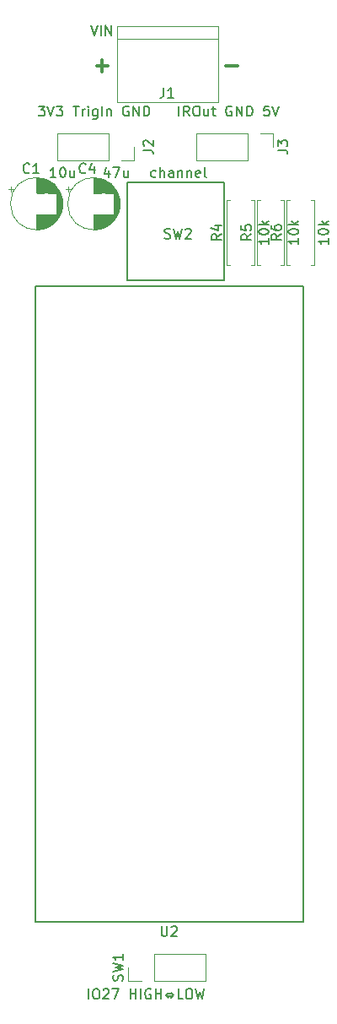
<source format=gto>
G04 #@! TF.GenerationSoftware,KiCad,Pcbnew,(5.0.0)*
G04 #@! TF.CreationDate,2019-09-04T21:02:57+09:00*
G04 #@! TF.ProjectId,syateki_gun_main,73796174656B695F67756E5F6D61696E,rev?*
G04 #@! TF.SameCoordinates,Original*
G04 #@! TF.FileFunction,Legend,Top*
G04 #@! TF.FilePolarity,Positive*
%FSLAX46Y46*%
G04 Gerber Fmt 4.6, Leading zero omitted, Abs format (unit mm)*
G04 Created by KiCad (PCBNEW (5.0.0)) date 09/04/19 21:02:57*
%MOMM*%
%LPD*%
G01*
G04 APERTURE LIST*
%ADD10C,0.150000*%
%ADD11C,0.300000*%
%ADD12C,0.200000*%
%ADD13C,0.120000*%
%ADD14C,1.924000*%
%ADD15C,3.600000*%
%ADD16C,2.000000*%
%ADD17O,2.000000X2.000000*%
%ADD18R,2.000000X2.000000*%
%ADD19C,1.800000*%
%ADD20R,2.400000X2.400000*%
%ADD21O,2.400000X2.400000*%
%ADD22R,3.400000X3.400000*%
%ADD23C,3.400000*%
%ADD24R,2.100000X2.100000*%
%ADD25O,2.100000X2.100000*%
%ADD26R,2.305000X2.400000*%
%ADD27O,2.305000X2.400000*%
%ADD28R,1.924000X1.924000*%
G04 APERTURE END LIST*
D10*
X35638095Y-142302380D02*
X35638095Y-141302380D01*
X36304761Y-141302380D02*
X36495238Y-141302380D01*
X36590476Y-141350000D01*
X36685714Y-141445238D01*
X36733333Y-141635714D01*
X36733333Y-141969047D01*
X36685714Y-142159523D01*
X36590476Y-142254761D01*
X36495238Y-142302380D01*
X36304761Y-142302380D01*
X36209523Y-142254761D01*
X36114285Y-142159523D01*
X36066666Y-141969047D01*
X36066666Y-141635714D01*
X36114285Y-141445238D01*
X36209523Y-141350000D01*
X36304761Y-141302380D01*
X37114285Y-141397619D02*
X37161904Y-141350000D01*
X37257142Y-141302380D01*
X37495238Y-141302380D01*
X37590476Y-141350000D01*
X37638095Y-141397619D01*
X37685714Y-141492857D01*
X37685714Y-141588095D01*
X37638095Y-141730952D01*
X37066666Y-142302380D01*
X37685714Y-142302380D01*
X38019047Y-141302380D02*
X38685714Y-141302380D01*
X38257142Y-142302380D01*
X39828571Y-142302380D02*
X39828571Y-141302380D01*
X39828571Y-141778571D02*
X40400000Y-141778571D01*
X40400000Y-142302380D02*
X40400000Y-141302380D01*
X40876190Y-142302380D02*
X40876190Y-141302380D01*
X41876190Y-141350000D02*
X41780952Y-141302380D01*
X41638095Y-141302380D01*
X41495238Y-141350000D01*
X41400000Y-141445238D01*
X41352380Y-141540476D01*
X41304761Y-141730952D01*
X41304761Y-141873809D01*
X41352380Y-142064285D01*
X41400000Y-142159523D01*
X41495238Y-142254761D01*
X41638095Y-142302380D01*
X41733333Y-142302380D01*
X41876190Y-142254761D01*
X41923809Y-142207142D01*
X41923809Y-141873809D01*
X41733333Y-141873809D01*
X42352380Y-142302380D02*
X42352380Y-141302380D01*
X42352380Y-141778571D02*
X42923809Y-141778571D01*
X42923809Y-142302380D02*
X42923809Y-141302380D01*
X43542857Y-142064285D02*
X44019047Y-142064285D01*
X43542857Y-141778571D02*
X44019047Y-141778571D01*
X43638095Y-142159523D02*
X43400000Y-141921428D01*
X43638095Y-141683333D01*
X43923809Y-141683333D02*
X44161904Y-141921428D01*
X43923809Y-142159523D01*
X45114285Y-142302380D02*
X44638095Y-142302380D01*
X44638095Y-141302380D01*
X45638095Y-141302380D02*
X45828571Y-141302380D01*
X45923809Y-141350000D01*
X46019047Y-141445238D01*
X46066666Y-141635714D01*
X46066666Y-141969047D01*
X46019047Y-142159523D01*
X45923809Y-142254761D01*
X45828571Y-142302380D01*
X45638095Y-142302380D01*
X45542857Y-142254761D01*
X45447619Y-142159523D01*
X45400000Y-141969047D01*
X45400000Y-141635714D01*
X45447619Y-141445238D01*
X45542857Y-141350000D01*
X45638095Y-141302380D01*
X46400000Y-141302380D02*
X46638095Y-142302380D01*
X46828571Y-141588095D01*
X47019047Y-142302380D01*
X47257142Y-141302380D01*
X42388095Y-59854761D02*
X42292857Y-59902380D01*
X42102380Y-59902380D01*
X42007142Y-59854761D01*
X41959523Y-59807142D01*
X41911904Y-59711904D01*
X41911904Y-59426190D01*
X41959523Y-59330952D01*
X42007142Y-59283333D01*
X42102380Y-59235714D01*
X42292857Y-59235714D01*
X42388095Y-59283333D01*
X42816666Y-59902380D02*
X42816666Y-58902380D01*
X43245238Y-59902380D02*
X43245238Y-59378571D01*
X43197619Y-59283333D01*
X43102380Y-59235714D01*
X42959523Y-59235714D01*
X42864285Y-59283333D01*
X42816666Y-59330952D01*
X44150000Y-59902380D02*
X44150000Y-59378571D01*
X44102380Y-59283333D01*
X44007142Y-59235714D01*
X43816666Y-59235714D01*
X43721428Y-59283333D01*
X44150000Y-59854761D02*
X44054761Y-59902380D01*
X43816666Y-59902380D01*
X43721428Y-59854761D01*
X43673809Y-59759523D01*
X43673809Y-59664285D01*
X43721428Y-59569047D01*
X43816666Y-59521428D01*
X44054761Y-59521428D01*
X44150000Y-59473809D01*
X44626190Y-59235714D02*
X44626190Y-59902380D01*
X44626190Y-59330952D02*
X44673809Y-59283333D01*
X44769047Y-59235714D01*
X44911904Y-59235714D01*
X45007142Y-59283333D01*
X45054761Y-59378571D01*
X45054761Y-59902380D01*
X45530952Y-59235714D02*
X45530952Y-59902380D01*
X45530952Y-59330952D02*
X45578571Y-59283333D01*
X45673809Y-59235714D01*
X45816666Y-59235714D01*
X45911904Y-59283333D01*
X45959523Y-59378571D01*
X45959523Y-59902380D01*
X46816666Y-59854761D02*
X46721428Y-59902380D01*
X46530952Y-59902380D01*
X46435714Y-59854761D01*
X46388095Y-59759523D01*
X46388095Y-59378571D01*
X46435714Y-59283333D01*
X46530952Y-59235714D01*
X46721428Y-59235714D01*
X46816666Y-59283333D01*
X46864285Y-59378571D01*
X46864285Y-59473809D01*
X46388095Y-59569047D01*
X47435714Y-59902380D02*
X47340476Y-59854761D01*
X47292857Y-59759523D01*
X47292857Y-58902380D01*
X44716666Y-53752380D02*
X44716666Y-52752380D01*
X45764285Y-53752380D02*
X45430952Y-53276190D01*
X45192857Y-53752380D02*
X45192857Y-52752380D01*
X45573809Y-52752380D01*
X45669047Y-52800000D01*
X45716666Y-52847619D01*
X45764285Y-52942857D01*
X45764285Y-53085714D01*
X45716666Y-53180952D01*
X45669047Y-53228571D01*
X45573809Y-53276190D01*
X45192857Y-53276190D01*
X46383333Y-52752380D02*
X46573809Y-52752380D01*
X46669047Y-52800000D01*
X46764285Y-52895238D01*
X46811904Y-53085714D01*
X46811904Y-53419047D01*
X46764285Y-53609523D01*
X46669047Y-53704761D01*
X46573809Y-53752380D01*
X46383333Y-53752380D01*
X46288095Y-53704761D01*
X46192857Y-53609523D01*
X46145238Y-53419047D01*
X46145238Y-53085714D01*
X46192857Y-52895238D01*
X46288095Y-52800000D01*
X46383333Y-52752380D01*
X47669047Y-53085714D02*
X47669047Y-53752380D01*
X47240476Y-53085714D02*
X47240476Y-53609523D01*
X47288095Y-53704761D01*
X47383333Y-53752380D01*
X47526190Y-53752380D01*
X47621428Y-53704761D01*
X47669047Y-53657142D01*
X48002380Y-53085714D02*
X48383333Y-53085714D01*
X48145238Y-52752380D02*
X48145238Y-53609523D01*
X48192857Y-53704761D01*
X48288095Y-53752380D01*
X48383333Y-53752380D01*
X50002380Y-52800000D02*
X49907142Y-52752380D01*
X49764285Y-52752380D01*
X49621428Y-52800000D01*
X49526190Y-52895238D01*
X49478571Y-52990476D01*
X49430952Y-53180952D01*
X49430952Y-53323809D01*
X49478571Y-53514285D01*
X49526190Y-53609523D01*
X49621428Y-53704761D01*
X49764285Y-53752380D01*
X49859523Y-53752380D01*
X50002380Y-53704761D01*
X50050000Y-53657142D01*
X50050000Y-53323809D01*
X49859523Y-53323809D01*
X50478571Y-53752380D02*
X50478571Y-52752380D01*
X51050000Y-53752380D01*
X51050000Y-52752380D01*
X51526190Y-53752380D02*
X51526190Y-52752380D01*
X51764285Y-52752380D01*
X51907142Y-52800000D01*
X52002380Y-52895238D01*
X52050000Y-52990476D01*
X52097619Y-53180952D01*
X52097619Y-53323809D01*
X52050000Y-53514285D01*
X52002380Y-53609523D01*
X51907142Y-53704761D01*
X51764285Y-53752380D01*
X51526190Y-53752380D01*
X53764285Y-52752380D02*
X53288095Y-52752380D01*
X53240476Y-53228571D01*
X53288095Y-53180952D01*
X53383333Y-53133333D01*
X53621428Y-53133333D01*
X53716666Y-53180952D01*
X53764285Y-53228571D01*
X53811904Y-53323809D01*
X53811904Y-53561904D01*
X53764285Y-53657142D01*
X53716666Y-53704761D01*
X53621428Y-53752380D01*
X53383333Y-53752380D01*
X53288095Y-53704761D01*
X53240476Y-53657142D01*
X54097619Y-52752380D02*
X54430952Y-53752380D01*
X54764285Y-52752380D01*
X30604761Y-52752380D02*
X31223809Y-52752380D01*
X30890476Y-53133333D01*
X31033333Y-53133333D01*
X31128571Y-53180952D01*
X31176190Y-53228571D01*
X31223809Y-53323809D01*
X31223809Y-53561904D01*
X31176190Y-53657142D01*
X31128571Y-53704761D01*
X31033333Y-53752380D01*
X30747619Y-53752380D01*
X30652380Y-53704761D01*
X30604761Y-53657142D01*
X31509523Y-52752380D02*
X31842857Y-53752380D01*
X32176190Y-52752380D01*
X32414285Y-52752380D02*
X33033333Y-52752380D01*
X32700000Y-53133333D01*
X32842857Y-53133333D01*
X32938095Y-53180952D01*
X32985714Y-53228571D01*
X33033333Y-53323809D01*
X33033333Y-53561904D01*
X32985714Y-53657142D01*
X32938095Y-53704761D01*
X32842857Y-53752380D01*
X32557142Y-53752380D01*
X32461904Y-53704761D01*
X32414285Y-53657142D01*
X34080952Y-52752380D02*
X34652380Y-52752380D01*
X34366666Y-53752380D02*
X34366666Y-52752380D01*
X34985714Y-53752380D02*
X34985714Y-53085714D01*
X34985714Y-53276190D02*
X35033333Y-53180952D01*
X35080952Y-53133333D01*
X35176190Y-53085714D01*
X35271428Y-53085714D01*
X35604761Y-53752380D02*
X35604761Y-53085714D01*
X35604761Y-52752380D02*
X35557142Y-52800000D01*
X35604761Y-52847619D01*
X35652380Y-52800000D01*
X35604761Y-52752380D01*
X35604761Y-52847619D01*
X36509523Y-53085714D02*
X36509523Y-53895238D01*
X36461904Y-53990476D01*
X36414285Y-54038095D01*
X36319047Y-54085714D01*
X36176190Y-54085714D01*
X36080952Y-54038095D01*
X36509523Y-53704761D02*
X36414285Y-53752380D01*
X36223809Y-53752380D01*
X36128571Y-53704761D01*
X36080952Y-53657142D01*
X36033333Y-53561904D01*
X36033333Y-53276190D01*
X36080952Y-53180952D01*
X36128571Y-53133333D01*
X36223809Y-53085714D01*
X36414285Y-53085714D01*
X36509523Y-53133333D01*
X36985714Y-53752380D02*
X36985714Y-52752380D01*
X37461904Y-53085714D02*
X37461904Y-53752380D01*
X37461904Y-53180952D02*
X37509523Y-53133333D01*
X37604761Y-53085714D01*
X37747619Y-53085714D01*
X37842857Y-53133333D01*
X37890476Y-53228571D01*
X37890476Y-53752380D01*
X39652380Y-52800000D02*
X39557142Y-52752380D01*
X39414285Y-52752380D01*
X39271428Y-52800000D01*
X39176190Y-52895238D01*
X39128571Y-52990476D01*
X39080952Y-53180952D01*
X39080952Y-53323809D01*
X39128571Y-53514285D01*
X39176190Y-53609523D01*
X39271428Y-53704761D01*
X39414285Y-53752380D01*
X39509523Y-53752380D01*
X39652380Y-53704761D01*
X39700000Y-53657142D01*
X39700000Y-53323809D01*
X39509523Y-53323809D01*
X40128571Y-53752380D02*
X40128571Y-52752380D01*
X40700000Y-53752380D01*
X40700000Y-52752380D01*
X41176190Y-53752380D02*
X41176190Y-52752380D01*
X41414285Y-52752380D01*
X41557142Y-52800000D01*
X41652380Y-52895238D01*
X41700000Y-52990476D01*
X41747619Y-53180952D01*
X41747619Y-53323809D01*
X41700000Y-53514285D01*
X41652380Y-53609523D01*
X41557142Y-53704761D01*
X41414285Y-53752380D01*
X41176190Y-53752380D01*
D11*
X36428571Y-48707142D02*
X37571428Y-48707142D01*
X37000000Y-49278571D02*
X37000000Y-48135714D01*
X49428571Y-48707142D02*
X50571428Y-48707142D01*
D12*
X35854761Y-44652380D02*
X36188095Y-45652380D01*
X36521428Y-44652380D01*
X36854761Y-45652380D02*
X36854761Y-44652380D01*
X37330952Y-45652380D02*
X37330952Y-44652380D01*
X37902380Y-45652380D01*
X37902380Y-44652380D01*
D10*
G04 #@! TO.C,U2*
X57210000Y-134580000D02*
X43750000Y-134590000D01*
X57210000Y-70830000D02*
X57210000Y-134580000D01*
X30290000Y-70830000D02*
X57210000Y-70830000D01*
X30290000Y-134580000D02*
X30290000Y-70830000D01*
X43750000Y-134580000D02*
X30290000Y-134580000D01*
D13*
G04 #@! TO.C,C1*
X27845225Y-60825000D02*
X27845225Y-61325000D01*
X27595225Y-61075000D02*
X28095225Y-61075000D01*
X33001000Y-62266000D02*
X33001000Y-62834000D01*
X32961000Y-62032000D02*
X32961000Y-63068000D01*
X32921000Y-61873000D02*
X32921000Y-63227000D01*
X32881000Y-61745000D02*
X32881000Y-63355000D01*
X32841000Y-61635000D02*
X32841000Y-63465000D01*
X32801000Y-61539000D02*
X32801000Y-63561000D01*
X32761000Y-61452000D02*
X32761000Y-63648000D01*
X32721000Y-61372000D02*
X32721000Y-63728000D01*
X32681000Y-61299000D02*
X32681000Y-63801000D01*
X32641000Y-61231000D02*
X32641000Y-63869000D01*
X32601000Y-61167000D02*
X32601000Y-63933000D01*
X32561000Y-61107000D02*
X32561000Y-63993000D01*
X32521000Y-61050000D02*
X32521000Y-64050000D01*
X32481000Y-60996000D02*
X32481000Y-64104000D01*
X32441000Y-60945000D02*
X32441000Y-64155000D01*
X32401000Y-63590000D02*
X32401000Y-64203000D01*
X32401000Y-60897000D02*
X32401000Y-61510000D01*
X32361000Y-63590000D02*
X32361000Y-64249000D01*
X32361000Y-60851000D02*
X32361000Y-61510000D01*
X32321000Y-63590000D02*
X32321000Y-64293000D01*
X32321000Y-60807000D02*
X32321000Y-61510000D01*
X32281000Y-63590000D02*
X32281000Y-64335000D01*
X32281000Y-60765000D02*
X32281000Y-61510000D01*
X32241000Y-63590000D02*
X32241000Y-64376000D01*
X32241000Y-60724000D02*
X32241000Y-61510000D01*
X32201000Y-63590000D02*
X32201000Y-64414000D01*
X32201000Y-60686000D02*
X32201000Y-61510000D01*
X32161000Y-63590000D02*
X32161000Y-64451000D01*
X32161000Y-60649000D02*
X32161000Y-61510000D01*
X32121000Y-63590000D02*
X32121000Y-64487000D01*
X32121000Y-60613000D02*
X32121000Y-61510000D01*
X32081000Y-63590000D02*
X32081000Y-64521000D01*
X32081000Y-60579000D02*
X32081000Y-61510000D01*
X32041000Y-63590000D02*
X32041000Y-64554000D01*
X32041000Y-60546000D02*
X32041000Y-61510000D01*
X32001000Y-63590000D02*
X32001000Y-64585000D01*
X32001000Y-60515000D02*
X32001000Y-61510000D01*
X31961000Y-63590000D02*
X31961000Y-64615000D01*
X31961000Y-60485000D02*
X31961000Y-61510000D01*
X31921000Y-63590000D02*
X31921000Y-64645000D01*
X31921000Y-60455000D02*
X31921000Y-61510000D01*
X31881000Y-63590000D02*
X31881000Y-64672000D01*
X31881000Y-60428000D02*
X31881000Y-61510000D01*
X31841000Y-63590000D02*
X31841000Y-64699000D01*
X31841000Y-60401000D02*
X31841000Y-61510000D01*
X31801000Y-63590000D02*
X31801000Y-64725000D01*
X31801000Y-60375000D02*
X31801000Y-61510000D01*
X31761000Y-63590000D02*
X31761000Y-64750000D01*
X31761000Y-60350000D02*
X31761000Y-61510000D01*
X31721000Y-63590000D02*
X31721000Y-64774000D01*
X31721000Y-60326000D02*
X31721000Y-61510000D01*
X31681000Y-63590000D02*
X31681000Y-64797000D01*
X31681000Y-60303000D02*
X31681000Y-61510000D01*
X31641000Y-63590000D02*
X31641000Y-64818000D01*
X31641000Y-60282000D02*
X31641000Y-61510000D01*
X31601000Y-63590000D02*
X31601000Y-64840000D01*
X31601000Y-60260000D02*
X31601000Y-61510000D01*
X31561000Y-63590000D02*
X31561000Y-64860000D01*
X31561000Y-60240000D02*
X31561000Y-61510000D01*
X31521000Y-63590000D02*
X31521000Y-64879000D01*
X31521000Y-60221000D02*
X31521000Y-61510000D01*
X31481000Y-63590000D02*
X31481000Y-64898000D01*
X31481000Y-60202000D02*
X31481000Y-61510000D01*
X31441000Y-63590000D02*
X31441000Y-64915000D01*
X31441000Y-60185000D02*
X31441000Y-61510000D01*
X31401000Y-63590000D02*
X31401000Y-64932000D01*
X31401000Y-60168000D02*
X31401000Y-61510000D01*
X31361000Y-63590000D02*
X31361000Y-64948000D01*
X31361000Y-60152000D02*
X31361000Y-61510000D01*
X31321000Y-63590000D02*
X31321000Y-64964000D01*
X31321000Y-60136000D02*
X31321000Y-61510000D01*
X31281000Y-63590000D02*
X31281000Y-64978000D01*
X31281000Y-60122000D02*
X31281000Y-61510000D01*
X31241000Y-63590000D02*
X31241000Y-64992000D01*
X31241000Y-60108000D02*
X31241000Y-61510000D01*
X31201000Y-63590000D02*
X31201000Y-65005000D01*
X31201000Y-60095000D02*
X31201000Y-61510000D01*
X31161000Y-63590000D02*
X31161000Y-65018000D01*
X31161000Y-60082000D02*
X31161000Y-61510000D01*
X31121000Y-63590000D02*
X31121000Y-65030000D01*
X31121000Y-60070000D02*
X31121000Y-61510000D01*
X31080000Y-63590000D02*
X31080000Y-65041000D01*
X31080000Y-60059000D02*
X31080000Y-61510000D01*
X31040000Y-63590000D02*
X31040000Y-65051000D01*
X31040000Y-60049000D02*
X31040000Y-61510000D01*
X31000000Y-63590000D02*
X31000000Y-65061000D01*
X31000000Y-60039000D02*
X31000000Y-61510000D01*
X30960000Y-63590000D02*
X30960000Y-65070000D01*
X30960000Y-60030000D02*
X30960000Y-61510000D01*
X30920000Y-63590000D02*
X30920000Y-65078000D01*
X30920000Y-60022000D02*
X30920000Y-61510000D01*
X30880000Y-63590000D02*
X30880000Y-65086000D01*
X30880000Y-60014000D02*
X30880000Y-61510000D01*
X30840000Y-63590000D02*
X30840000Y-65093000D01*
X30840000Y-60007000D02*
X30840000Y-61510000D01*
X30800000Y-63590000D02*
X30800000Y-65100000D01*
X30800000Y-60000000D02*
X30800000Y-61510000D01*
X30760000Y-63590000D02*
X30760000Y-65106000D01*
X30760000Y-59994000D02*
X30760000Y-61510000D01*
X30720000Y-63590000D02*
X30720000Y-65111000D01*
X30720000Y-59989000D02*
X30720000Y-61510000D01*
X30680000Y-63590000D02*
X30680000Y-65115000D01*
X30680000Y-59985000D02*
X30680000Y-61510000D01*
X30640000Y-63590000D02*
X30640000Y-65119000D01*
X30640000Y-59981000D02*
X30640000Y-61510000D01*
X30600000Y-63590000D02*
X30600000Y-65123000D01*
X30600000Y-59977000D02*
X30600000Y-61510000D01*
X30560000Y-63590000D02*
X30560000Y-65126000D01*
X30560000Y-59974000D02*
X30560000Y-61510000D01*
X30520000Y-63590000D02*
X30520000Y-65128000D01*
X30520000Y-59972000D02*
X30520000Y-61510000D01*
X30480000Y-63590000D02*
X30480000Y-65129000D01*
X30480000Y-59971000D02*
X30480000Y-61510000D01*
X30440000Y-59970000D02*
X30440000Y-61510000D01*
X30440000Y-63590000D02*
X30440000Y-65130000D01*
X30400000Y-59970000D02*
X30400000Y-61510000D01*
X30400000Y-63590000D02*
X30400000Y-65130000D01*
X33020000Y-62550000D02*
G75*
G03X33020000Y-62550000I-2620000J0D01*
G01*
G04 #@! TO.C,C4*
X38770000Y-62550000D02*
G75*
G03X38770000Y-62550000I-2620000J0D01*
G01*
X36150000Y-63590000D02*
X36150000Y-65130000D01*
X36150000Y-59970000D02*
X36150000Y-61510000D01*
X36190000Y-63590000D02*
X36190000Y-65130000D01*
X36190000Y-59970000D02*
X36190000Y-61510000D01*
X36230000Y-59971000D02*
X36230000Y-61510000D01*
X36230000Y-63590000D02*
X36230000Y-65129000D01*
X36270000Y-59972000D02*
X36270000Y-61510000D01*
X36270000Y-63590000D02*
X36270000Y-65128000D01*
X36310000Y-59974000D02*
X36310000Y-61510000D01*
X36310000Y-63590000D02*
X36310000Y-65126000D01*
X36350000Y-59977000D02*
X36350000Y-61510000D01*
X36350000Y-63590000D02*
X36350000Y-65123000D01*
X36390000Y-59981000D02*
X36390000Y-61510000D01*
X36390000Y-63590000D02*
X36390000Y-65119000D01*
X36430000Y-59985000D02*
X36430000Y-61510000D01*
X36430000Y-63590000D02*
X36430000Y-65115000D01*
X36470000Y-59989000D02*
X36470000Y-61510000D01*
X36470000Y-63590000D02*
X36470000Y-65111000D01*
X36510000Y-59994000D02*
X36510000Y-61510000D01*
X36510000Y-63590000D02*
X36510000Y-65106000D01*
X36550000Y-60000000D02*
X36550000Y-61510000D01*
X36550000Y-63590000D02*
X36550000Y-65100000D01*
X36590000Y-60007000D02*
X36590000Y-61510000D01*
X36590000Y-63590000D02*
X36590000Y-65093000D01*
X36630000Y-60014000D02*
X36630000Y-61510000D01*
X36630000Y-63590000D02*
X36630000Y-65086000D01*
X36670000Y-60022000D02*
X36670000Y-61510000D01*
X36670000Y-63590000D02*
X36670000Y-65078000D01*
X36710000Y-60030000D02*
X36710000Y-61510000D01*
X36710000Y-63590000D02*
X36710000Y-65070000D01*
X36750000Y-60039000D02*
X36750000Y-61510000D01*
X36750000Y-63590000D02*
X36750000Y-65061000D01*
X36790000Y-60049000D02*
X36790000Y-61510000D01*
X36790000Y-63590000D02*
X36790000Y-65051000D01*
X36830000Y-60059000D02*
X36830000Y-61510000D01*
X36830000Y-63590000D02*
X36830000Y-65041000D01*
X36871000Y-60070000D02*
X36871000Y-61510000D01*
X36871000Y-63590000D02*
X36871000Y-65030000D01*
X36911000Y-60082000D02*
X36911000Y-61510000D01*
X36911000Y-63590000D02*
X36911000Y-65018000D01*
X36951000Y-60095000D02*
X36951000Y-61510000D01*
X36951000Y-63590000D02*
X36951000Y-65005000D01*
X36991000Y-60108000D02*
X36991000Y-61510000D01*
X36991000Y-63590000D02*
X36991000Y-64992000D01*
X37031000Y-60122000D02*
X37031000Y-61510000D01*
X37031000Y-63590000D02*
X37031000Y-64978000D01*
X37071000Y-60136000D02*
X37071000Y-61510000D01*
X37071000Y-63590000D02*
X37071000Y-64964000D01*
X37111000Y-60152000D02*
X37111000Y-61510000D01*
X37111000Y-63590000D02*
X37111000Y-64948000D01*
X37151000Y-60168000D02*
X37151000Y-61510000D01*
X37151000Y-63590000D02*
X37151000Y-64932000D01*
X37191000Y-60185000D02*
X37191000Y-61510000D01*
X37191000Y-63590000D02*
X37191000Y-64915000D01*
X37231000Y-60202000D02*
X37231000Y-61510000D01*
X37231000Y-63590000D02*
X37231000Y-64898000D01*
X37271000Y-60221000D02*
X37271000Y-61510000D01*
X37271000Y-63590000D02*
X37271000Y-64879000D01*
X37311000Y-60240000D02*
X37311000Y-61510000D01*
X37311000Y-63590000D02*
X37311000Y-64860000D01*
X37351000Y-60260000D02*
X37351000Y-61510000D01*
X37351000Y-63590000D02*
X37351000Y-64840000D01*
X37391000Y-60282000D02*
X37391000Y-61510000D01*
X37391000Y-63590000D02*
X37391000Y-64818000D01*
X37431000Y-60303000D02*
X37431000Y-61510000D01*
X37431000Y-63590000D02*
X37431000Y-64797000D01*
X37471000Y-60326000D02*
X37471000Y-61510000D01*
X37471000Y-63590000D02*
X37471000Y-64774000D01*
X37511000Y-60350000D02*
X37511000Y-61510000D01*
X37511000Y-63590000D02*
X37511000Y-64750000D01*
X37551000Y-60375000D02*
X37551000Y-61510000D01*
X37551000Y-63590000D02*
X37551000Y-64725000D01*
X37591000Y-60401000D02*
X37591000Y-61510000D01*
X37591000Y-63590000D02*
X37591000Y-64699000D01*
X37631000Y-60428000D02*
X37631000Y-61510000D01*
X37631000Y-63590000D02*
X37631000Y-64672000D01*
X37671000Y-60455000D02*
X37671000Y-61510000D01*
X37671000Y-63590000D02*
X37671000Y-64645000D01*
X37711000Y-60485000D02*
X37711000Y-61510000D01*
X37711000Y-63590000D02*
X37711000Y-64615000D01*
X37751000Y-60515000D02*
X37751000Y-61510000D01*
X37751000Y-63590000D02*
X37751000Y-64585000D01*
X37791000Y-60546000D02*
X37791000Y-61510000D01*
X37791000Y-63590000D02*
X37791000Y-64554000D01*
X37831000Y-60579000D02*
X37831000Y-61510000D01*
X37831000Y-63590000D02*
X37831000Y-64521000D01*
X37871000Y-60613000D02*
X37871000Y-61510000D01*
X37871000Y-63590000D02*
X37871000Y-64487000D01*
X37911000Y-60649000D02*
X37911000Y-61510000D01*
X37911000Y-63590000D02*
X37911000Y-64451000D01*
X37951000Y-60686000D02*
X37951000Y-61510000D01*
X37951000Y-63590000D02*
X37951000Y-64414000D01*
X37991000Y-60724000D02*
X37991000Y-61510000D01*
X37991000Y-63590000D02*
X37991000Y-64376000D01*
X38031000Y-60765000D02*
X38031000Y-61510000D01*
X38031000Y-63590000D02*
X38031000Y-64335000D01*
X38071000Y-60807000D02*
X38071000Y-61510000D01*
X38071000Y-63590000D02*
X38071000Y-64293000D01*
X38111000Y-60851000D02*
X38111000Y-61510000D01*
X38111000Y-63590000D02*
X38111000Y-64249000D01*
X38151000Y-60897000D02*
X38151000Y-61510000D01*
X38151000Y-63590000D02*
X38151000Y-64203000D01*
X38191000Y-60945000D02*
X38191000Y-64155000D01*
X38231000Y-60996000D02*
X38231000Y-64104000D01*
X38271000Y-61050000D02*
X38271000Y-64050000D01*
X38311000Y-61107000D02*
X38311000Y-63993000D01*
X38351000Y-61167000D02*
X38351000Y-63933000D01*
X38391000Y-61231000D02*
X38391000Y-63869000D01*
X38431000Y-61299000D02*
X38431000Y-63801000D01*
X38471000Y-61372000D02*
X38471000Y-63728000D01*
X38511000Y-61452000D02*
X38511000Y-63648000D01*
X38551000Y-61539000D02*
X38551000Y-63561000D01*
X38591000Y-61635000D02*
X38591000Y-63465000D01*
X38631000Y-61745000D02*
X38631000Y-63355000D01*
X38671000Y-61873000D02*
X38671000Y-63227000D01*
X38711000Y-62032000D02*
X38711000Y-63068000D01*
X38751000Y-62266000D02*
X38751000Y-62834000D01*
X33345225Y-61075000D02*
X33845225Y-61075000D01*
X33595225Y-60825000D02*
X33595225Y-61325000D01*
G04 #@! TO.C,J1*
X38480000Y-46010000D02*
X48640000Y-46010000D01*
X38480000Y-44740000D02*
X38480000Y-52360000D01*
X38480000Y-52360000D02*
X48640000Y-52360000D01*
X48640000Y-52360000D02*
X48640000Y-44740000D01*
X48640000Y-44740000D02*
X38480000Y-44740000D01*
G04 #@! TO.C,J2*
X37630000Y-55520000D02*
X37630000Y-58180000D01*
X37630000Y-55520000D02*
X32490000Y-55520000D01*
X32490000Y-55520000D02*
X32490000Y-58180000D01*
X37630000Y-58180000D02*
X32490000Y-58180000D01*
X40230000Y-58180000D02*
X38900000Y-58180000D01*
X40230000Y-56850000D02*
X40230000Y-58180000D01*
G04 #@! TO.C,J3*
X46440000Y-55520000D02*
X46440000Y-58180000D01*
X51580000Y-55520000D02*
X46440000Y-55520000D01*
X51580000Y-58180000D02*
X46440000Y-58180000D01*
X51580000Y-55520000D02*
X51580000Y-58180000D01*
X52850000Y-55520000D02*
X54180000Y-55520000D01*
X54180000Y-55520000D02*
X54180000Y-56850000D01*
G04 #@! TO.C,SW1*
X47360000Y-140480000D02*
X47360000Y-137820000D01*
X42220000Y-140480000D02*
X47360000Y-140480000D01*
X42220000Y-137820000D02*
X47360000Y-137820000D01*
X42220000Y-140480000D02*
X42220000Y-137820000D01*
X40950000Y-140480000D02*
X39620000Y-140480000D01*
X39620000Y-140480000D02*
X39620000Y-139150000D01*
G04 #@! TO.C,R4*
X52270000Y-62170000D02*
X51940000Y-62170000D01*
X52270000Y-68710000D02*
X52270000Y-62170000D01*
X51940000Y-68710000D02*
X52270000Y-68710000D01*
X49530000Y-62170000D02*
X49860000Y-62170000D01*
X49530000Y-68710000D02*
X49530000Y-62170000D01*
X49860000Y-68710000D02*
X49530000Y-68710000D01*
G04 #@! TO.C,R5*
X52860000Y-68710000D02*
X52530000Y-68710000D01*
X52530000Y-68710000D02*
X52530000Y-62170000D01*
X52530000Y-62170000D02*
X52860000Y-62170000D01*
X54940000Y-68710000D02*
X55270000Y-68710000D01*
X55270000Y-68710000D02*
X55270000Y-62170000D01*
X55270000Y-62170000D02*
X54940000Y-62170000D01*
G04 #@! TO.C,R6*
X55860000Y-68710000D02*
X55530000Y-68710000D01*
X55530000Y-68710000D02*
X55530000Y-62170000D01*
X55530000Y-62170000D02*
X55860000Y-62170000D01*
X57940000Y-68710000D02*
X58270000Y-68710000D01*
X58270000Y-68710000D02*
X58270000Y-62170000D01*
X58270000Y-62170000D02*
X57940000Y-62170000D01*
D10*
G04 #@! TO.C,SW2*
X49280000Y-60450000D02*
X49280000Y-70250000D01*
X49280000Y-70250000D02*
X39480000Y-70250000D01*
X39480000Y-70250000D02*
X39480000Y-60450000D01*
X39480000Y-60450000D02*
X49280000Y-60450000D01*
G04 #@! TO.C,U2*
X42948095Y-135022380D02*
X42948095Y-135831904D01*
X42995714Y-135927142D01*
X43043333Y-135974761D01*
X43138571Y-136022380D01*
X43329047Y-136022380D01*
X43424285Y-135974761D01*
X43471904Y-135927142D01*
X43519523Y-135831904D01*
X43519523Y-135022380D01*
X43948095Y-135117619D02*
X43995714Y-135070000D01*
X44090952Y-135022380D01*
X44329047Y-135022380D01*
X44424285Y-135070000D01*
X44471904Y-135117619D01*
X44519523Y-135212857D01*
X44519523Y-135308095D01*
X44471904Y-135450952D01*
X43900476Y-136022380D01*
X44519523Y-136022380D01*
G04 #@! TO.C,C1*
X29683333Y-59407142D02*
X29635714Y-59454761D01*
X29492857Y-59502380D01*
X29397619Y-59502380D01*
X29254761Y-59454761D01*
X29159523Y-59359523D01*
X29111904Y-59264285D01*
X29064285Y-59073809D01*
X29064285Y-58930952D01*
X29111904Y-58740476D01*
X29159523Y-58645238D01*
X29254761Y-58550000D01*
X29397619Y-58502380D01*
X29492857Y-58502380D01*
X29635714Y-58550000D01*
X29683333Y-58597619D01*
X30635714Y-59502380D02*
X30064285Y-59502380D01*
X30350000Y-59502380D02*
X30350000Y-58502380D01*
X30254761Y-58645238D01*
X30159523Y-58740476D01*
X30064285Y-58788095D01*
X32357142Y-59902380D02*
X31785714Y-59902380D01*
X32071428Y-59902380D02*
X32071428Y-58902380D01*
X31976190Y-59045238D01*
X31880952Y-59140476D01*
X31785714Y-59188095D01*
X32976190Y-58902380D02*
X33071428Y-58902380D01*
X33166666Y-58950000D01*
X33214285Y-58997619D01*
X33261904Y-59092857D01*
X33309523Y-59283333D01*
X33309523Y-59521428D01*
X33261904Y-59711904D01*
X33214285Y-59807142D01*
X33166666Y-59854761D01*
X33071428Y-59902380D01*
X32976190Y-59902380D01*
X32880952Y-59854761D01*
X32833333Y-59807142D01*
X32785714Y-59711904D01*
X32738095Y-59521428D01*
X32738095Y-59283333D01*
X32785714Y-59092857D01*
X32833333Y-58997619D01*
X32880952Y-58950000D01*
X32976190Y-58902380D01*
X34166666Y-59235714D02*
X34166666Y-59902380D01*
X33738095Y-59235714D02*
X33738095Y-59759523D01*
X33785714Y-59854761D01*
X33880952Y-59902380D01*
X34023809Y-59902380D01*
X34119047Y-59854761D01*
X34166666Y-59807142D01*
G04 #@! TO.C,C4*
X35333333Y-59407142D02*
X35285714Y-59454761D01*
X35142857Y-59502380D01*
X35047619Y-59502380D01*
X34904761Y-59454761D01*
X34809523Y-59359523D01*
X34761904Y-59264285D01*
X34714285Y-59073809D01*
X34714285Y-58930952D01*
X34761904Y-58740476D01*
X34809523Y-58645238D01*
X34904761Y-58550000D01*
X35047619Y-58502380D01*
X35142857Y-58502380D01*
X35285714Y-58550000D01*
X35333333Y-58597619D01*
X36190476Y-58835714D02*
X36190476Y-59502380D01*
X35952380Y-58454761D02*
X35714285Y-59169047D01*
X36333333Y-59169047D01*
X37661904Y-59235714D02*
X37661904Y-59902380D01*
X37423809Y-58854761D02*
X37185714Y-59569047D01*
X37804761Y-59569047D01*
X38090476Y-58902380D02*
X38757142Y-58902380D01*
X38328571Y-59902380D01*
X39566666Y-59235714D02*
X39566666Y-59902380D01*
X39138095Y-59235714D02*
X39138095Y-59759523D01*
X39185714Y-59854761D01*
X39280952Y-59902380D01*
X39423809Y-59902380D01*
X39519047Y-59854761D01*
X39566666Y-59807142D01*
G04 #@! TO.C,J1*
X43166666Y-50902380D02*
X43166666Y-51616666D01*
X43119047Y-51759523D01*
X43023809Y-51854761D01*
X42880952Y-51902380D01*
X42785714Y-51902380D01*
X44166666Y-51902380D02*
X43595238Y-51902380D01*
X43880952Y-51902380D02*
X43880952Y-50902380D01*
X43785714Y-51045238D01*
X43690476Y-51140476D01*
X43595238Y-51188095D01*
G04 #@! TO.C,J2*
X41122380Y-57183333D02*
X41836666Y-57183333D01*
X41979523Y-57230952D01*
X42074761Y-57326190D01*
X42122380Y-57469047D01*
X42122380Y-57564285D01*
X41217619Y-56754761D02*
X41170000Y-56707142D01*
X41122380Y-56611904D01*
X41122380Y-56373809D01*
X41170000Y-56278571D01*
X41217619Y-56230952D01*
X41312857Y-56183333D01*
X41408095Y-56183333D01*
X41550952Y-56230952D01*
X42122380Y-56802380D01*
X42122380Y-56183333D01*
G04 #@! TO.C,J3*
X54632380Y-57183333D02*
X55346666Y-57183333D01*
X55489523Y-57230952D01*
X55584761Y-57326190D01*
X55632380Y-57469047D01*
X55632380Y-57564285D01*
X54632380Y-56802380D02*
X54632380Y-56183333D01*
X55013333Y-56516666D01*
X55013333Y-56373809D01*
X55060952Y-56278571D01*
X55108571Y-56230952D01*
X55203809Y-56183333D01*
X55441904Y-56183333D01*
X55537142Y-56230952D01*
X55584761Y-56278571D01*
X55632380Y-56373809D01*
X55632380Y-56659523D01*
X55584761Y-56754761D01*
X55537142Y-56802380D01*
G04 #@! TO.C,SW1*
X39024761Y-140483333D02*
X39072380Y-140340476D01*
X39072380Y-140102380D01*
X39024761Y-140007142D01*
X38977142Y-139959523D01*
X38881904Y-139911904D01*
X38786666Y-139911904D01*
X38691428Y-139959523D01*
X38643809Y-140007142D01*
X38596190Y-140102380D01*
X38548571Y-140292857D01*
X38500952Y-140388095D01*
X38453333Y-140435714D01*
X38358095Y-140483333D01*
X38262857Y-140483333D01*
X38167619Y-140435714D01*
X38120000Y-140388095D01*
X38072380Y-140292857D01*
X38072380Y-140054761D01*
X38120000Y-139911904D01*
X38072380Y-139578571D02*
X39072380Y-139340476D01*
X38358095Y-139150000D01*
X39072380Y-138959523D01*
X38072380Y-138721428D01*
X39072380Y-137816666D02*
X39072380Y-138388095D01*
X39072380Y-138102380D02*
X38072380Y-138102380D01*
X38215238Y-138197619D01*
X38310476Y-138292857D01*
X38358095Y-138388095D01*
G04 #@! TO.C,R4*
X48982380Y-65606666D02*
X48506190Y-65940000D01*
X48982380Y-66178095D02*
X47982380Y-66178095D01*
X47982380Y-65797142D01*
X48030000Y-65701904D01*
X48077619Y-65654285D01*
X48172857Y-65606666D01*
X48315714Y-65606666D01*
X48410952Y-65654285D01*
X48458571Y-65701904D01*
X48506190Y-65797142D01*
X48506190Y-66178095D01*
X48315714Y-64749523D02*
X48982380Y-64749523D01*
X47934761Y-64987619D02*
X48649047Y-65225714D01*
X48649047Y-64606666D01*
X53722380Y-66035238D02*
X53722380Y-66606666D01*
X53722380Y-66320952D02*
X52722380Y-66320952D01*
X52865238Y-66416190D01*
X52960476Y-66511428D01*
X53008095Y-66606666D01*
X52722380Y-65416190D02*
X52722380Y-65320952D01*
X52770000Y-65225714D01*
X52817619Y-65178095D01*
X52912857Y-65130476D01*
X53103333Y-65082857D01*
X53341428Y-65082857D01*
X53531904Y-65130476D01*
X53627142Y-65178095D01*
X53674761Y-65225714D01*
X53722380Y-65320952D01*
X53722380Y-65416190D01*
X53674761Y-65511428D01*
X53627142Y-65559047D01*
X53531904Y-65606666D01*
X53341428Y-65654285D01*
X53103333Y-65654285D01*
X52912857Y-65606666D01*
X52817619Y-65559047D01*
X52770000Y-65511428D01*
X52722380Y-65416190D01*
X53722380Y-64654285D02*
X52722380Y-64654285D01*
X53341428Y-64559047D02*
X53722380Y-64273333D01*
X53055714Y-64273333D02*
X53436666Y-64654285D01*
G04 #@! TO.C,R5*
X51982380Y-65606666D02*
X51506190Y-65940000D01*
X51982380Y-66178095D02*
X50982380Y-66178095D01*
X50982380Y-65797142D01*
X51030000Y-65701904D01*
X51077619Y-65654285D01*
X51172857Y-65606666D01*
X51315714Y-65606666D01*
X51410952Y-65654285D01*
X51458571Y-65701904D01*
X51506190Y-65797142D01*
X51506190Y-66178095D01*
X50982380Y-64701904D02*
X50982380Y-65178095D01*
X51458571Y-65225714D01*
X51410952Y-65178095D01*
X51363333Y-65082857D01*
X51363333Y-64844761D01*
X51410952Y-64749523D01*
X51458571Y-64701904D01*
X51553809Y-64654285D01*
X51791904Y-64654285D01*
X51887142Y-64701904D01*
X51934761Y-64749523D01*
X51982380Y-64844761D01*
X51982380Y-65082857D01*
X51934761Y-65178095D01*
X51887142Y-65225714D01*
X56722380Y-66035238D02*
X56722380Y-66606666D01*
X56722380Y-66320952D02*
X55722380Y-66320952D01*
X55865238Y-66416190D01*
X55960476Y-66511428D01*
X56008095Y-66606666D01*
X55722380Y-65416190D02*
X55722380Y-65320952D01*
X55770000Y-65225714D01*
X55817619Y-65178095D01*
X55912857Y-65130476D01*
X56103333Y-65082857D01*
X56341428Y-65082857D01*
X56531904Y-65130476D01*
X56627142Y-65178095D01*
X56674761Y-65225714D01*
X56722380Y-65320952D01*
X56722380Y-65416190D01*
X56674761Y-65511428D01*
X56627142Y-65559047D01*
X56531904Y-65606666D01*
X56341428Y-65654285D01*
X56103333Y-65654285D01*
X55912857Y-65606666D01*
X55817619Y-65559047D01*
X55770000Y-65511428D01*
X55722380Y-65416190D01*
X56722380Y-64654285D02*
X55722380Y-64654285D01*
X56341428Y-64559047D02*
X56722380Y-64273333D01*
X56055714Y-64273333D02*
X56436666Y-64654285D01*
G04 #@! TO.C,R6*
X54982380Y-65606666D02*
X54506190Y-65940000D01*
X54982380Y-66178095D02*
X53982380Y-66178095D01*
X53982380Y-65797142D01*
X54030000Y-65701904D01*
X54077619Y-65654285D01*
X54172857Y-65606666D01*
X54315714Y-65606666D01*
X54410952Y-65654285D01*
X54458571Y-65701904D01*
X54506190Y-65797142D01*
X54506190Y-66178095D01*
X53982380Y-64749523D02*
X53982380Y-64940000D01*
X54030000Y-65035238D01*
X54077619Y-65082857D01*
X54220476Y-65178095D01*
X54410952Y-65225714D01*
X54791904Y-65225714D01*
X54887142Y-65178095D01*
X54934761Y-65130476D01*
X54982380Y-65035238D01*
X54982380Y-64844761D01*
X54934761Y-64749523D01*
X54887142Y-64701904D01*
X54791904Y-64654285D01*
X54553809Y-64654285D01*
X54458571Y-64701904D01*
X54410952Y-64749523D01*
X54363333Y-64844761D01*
X54363333Y-65035238D01*
X54410952Y-65130476D01*
X54458571Y-65178095D01*
X54553809Y-65225714D01*
X59722380Y-66035238D02*
X59722380Y-66606666D01*
X59722380Y-66320952D02*
X58722380Y-66320952D01*
X58865238Y-66416190D01*
X58960476Y-66511428D01*
X59008095Y-66606666D01*
X58722380Y-65416190D02*
X58722380Y-65320952D01*
X58770000Y-65225714D01*
X58817619Y-65178095D01*
X58912857Y-65130476D01*
X59103333Y-65082857D01*
X59341428Y-65082857D01*
X59531904Y-65130476D01*
X59627142Y-65178095D01*
X59674761Y-65225714D01*
X59722380Y-65320952D01*
X59722380Y-65416190D01*
X59674761Y-65511428D01*
X59627142Y-65559047D01*
X59531904Y-65606666D01*
X59341428Y-65654285D01*
X59103333Y-65654285D01*
X58912857Y-65606666D01*
X58817619Y-65559047D01*
X58770000Y-65511428D01*
X58722380Y-65416190D01*
X59722380Y-64654285D02*
X58722380Y-64654285D01*
X59341428Y-64559047D02*
X59722380Y-64273333D01*
X59055714Y-64273333D02*
X59436666Y-64654285D01*
G04 #@! TO.C,SW2*
X43276666Y-66004761D02*
X43419523Y-66052380D01*
X43657619Y-66052380D01*
X43752857Y-66004761D01*
X43800476Y-65957142D01*
X43848095Y-65861904D01*
X43848095Y-65766666D01*
X43800476Y-65671428D01*
X43752857Y-65623809D01*
X43657619Y-65576190D01*
X43467142Y-65528571D01*
X43371904Y-65480952D01*
X43324285Y-65433333D01*
X43276666Y-65338095D01*
X43276666Y-65242857D01*
X43324285Y-65147619D01*
X43371904Y-65100000D01*
X43467142Y-65052380D01*
X43705238Y-65052380D01*
X43848095Y-65100000D01*
X44181428Y-65052380D02*
X44419523Y-66052380D01*
X44610000Y-65338095D01*
X44800476Y-66052380D01*
X45038571Y-65052380D01*
X45371904Y-65147619D02*
X45419523Y-65100000D01*
X45514761Y-65052380D01*
X45752857Y-65052380D01*
X45848095Y-65100000D01*
X45895714Y-65147619D01*
X45943333Y-65242857D01*
X45943333Y-65338095D01*
X45895714Y-65480952D01*
X45324285Y-66052380D01*
X45943333Y-66052380D01*
G04 #@! TD*
%LPC*%
D14*
G04 #@! TO.C,U3*
X52790000Y-127030000D03*
X52790000Y-124490000D03*
X52790000Y-121950000D03*
X52790000Y-119410000D03*
X52790000Y-116870000D03*
X35010000Y-116870000D03*
X35010000Y-119410000D03*
X35010000Y-121950000D03*
X35010000Y-124490000D03*
X35010000Y-127030000D03*
G04 #@! TD*
G04 #@! TO.C,U2*
X55180000Y-79970000D03*
X55180000Y-82510000D03*
X55180000Y-85050000D03*
X55180000Y-87590000D03*
X55180000Y-90130000D03*
X55180000Y-92670000D03*
X55180000Y-95210000D03*
X55180000Y-97750000D03*
X55180000Y-100290000D03*
X55180000Y-102830000D03*
X55180000Y-105370000D03*
X55180000Y-107910000D03*
X55180000Y-110450000D03*
X55180000Y-112990000D03*
X55180000Y-115530000D03*
X55180000Y-118070000D03*
X55180000Y-120610000D03*
X55180000Y-123150000D03*
X55180000Y-125690000D03*
X55180000Y-128230000D03*
X32320000Y-79970000D03*
X32320000Y-82510000D03*
X32320000Y-85050000D03*
X32320000Y-87590000D03*
X32320000Y-90130000D03*
X32320000Y-92670000D03*
X32320000Y-95210000D03*
X32320000Y-97750000D03*
X32320000Y-100290000D03*
X32320000Y-102830000D03*
X32320000Y-105370000D03*
X32320000Y-107910000D03*
X32320000Y-110450000D03*
X32320000Y-112990000D03*
X32320000Y-115530000D03*
X32320000Y-118070000D03*
X32320000Y-120610000D03*
X32320000Y-123150000D03*
X32320000Y-125690000D03*
X32320000Y-128230000D03*
G04 #@! TD*
D15*
G04 #@! TO.C,hole4*
X55200000Y-138500000D03*
G04 #@! TD*
G04 #@! TO.C,hole3*
X32000000Y-138500000D03*
G04 #@! TD*
G04 #@! TO.C,hole2*
X55200000Y-48500000D03*
G04 #@! TD*
D16*
G04 #@! TO.C,R1*
X39700000Y-90000000D03*
D17*
X39700000Y-97620000D03*
G04 #@! TD*
D16*
G04 #@! TO.C,C1*
X31400000Y-62550000D03*
D18*
X29400000Y-62550000D03*
G04 #@! TD*
D19*
G04 #@! TO.C,C2*
X48800000Y-91100000D03*
X51300000Y-91100000D03*
G04 #@! TD*
G04 #@! TO.C,C3*
X45900000Y-91050000D03*
X43400000Y-91050000D03*
G04 #@! TD*
D18*
G04 #@! TO.C,C4*
X35150000Y-62550000D03*
D16*
X37150000Y-62550000D03*
G04 #@! TD*
D20*
G04 #@! TO.C,D1*
X51350000Y-97100000D03*
D21*
X46270000Y-97100000D03*
G04 #@! TD*
D22*
G04 #@! TO.C,J1*
X46100000Y-48550000D03*
D23*
X41020000Y-48550000D03*
G04 #@! TD*
D24*
G04 #@! TO.C,J2*
X38900000Y-56850000D03*
D25*
X36360000Y-56850000D03*
X33820000Y-56850000D03*
G04 #@! TD*
D24*
G04 #@! TO.C,J3*
X52850000Y-56850000D03*
D25*
X50310000Y-56850000D03*
X47770000Y-56850000D03*
G04 #@! TD*
D24*
G04 #@! TO.C,J4*
X49400000Y-83850000D03*
D25*
X46860000Y-83850000D03*
G04 #@! TD*
D26*
G04 #@! TO.C,U1*
X30900000Y-67150000D03*
D27*
X33440000Y-67150000D03*
X35980000Y-67150000D03*
G04 #@! TD*
D24*
G04 #@! TO.C,SW1*
X40950000Y-139150000D03*
D25*
X43490000Y-139150000D03*
X46030000Y-139150000D03*
G04 #@! TD*
D24*
G04 #@! TO.C,J5*
X40000000Y-83800000D03*
D25*
X37460000Y-83800000D03*
G04 #@! TD*
D17*
G04 #@! TO.C,R4*
X50900000Y-61630000D03*
D16*
X50900000Y-69250000D03*
G04 #@! TD*
G04 #@! TO.C,R5*
X53900000Y-69250000D03*
D17*
X53900000Y-61630000D03*
G04 #@! TD*
D16*
G04 #@! TO.C,R6*
X56900000Y-69250000D03*
D17*
X56900000Y-61630000D03*
G04 #@! TD*
G04 #@! TO.C,R7*
X36100000Y-97620000D03*
D16*
X36100000Y-90000000D03*
G04 #@! TD*
D14*
G04 #@! TO.C,SW2*
X48190000Y-62810000D03*
D28*
X48190000Y-67890000D03*
D14*
X40570000Y-62810000D03*
X40570000Y-67890000D03*
X40570000Y-65350000D03*
G04 #@! TD*
D24*
G04 #@! TO.C,J6*
X36300000Y-75150000D03*
D25*
X38840000Y-75150000D03*
X41380000Y-75150000D03*
X43920000Y-75150000D03*
X46460000Y-75150000D03*
X49000000Y-75150000D03*
X51540000Y-75150000D03*
G04 #@! TD*
D15*
G04 #@! TO.C,hole1*
X32000000Y-48500000D03*
G04 #@! TD*
M02*

</source>
